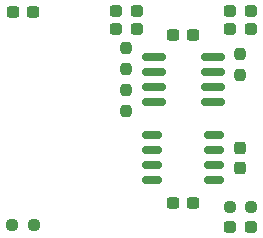
<source format=gtp>
%TF.GenerationSoftware,KiCad,Pcbnew,(7.0.0)*%
%TF.CreationDate,2023-03-18T20:28:04-04:00*%
%TF.ProjectId,nabu-interface,6e616275-2d69-46e7-9465-72666163652e,rev?*%
%TF.SameCoordinates,Original*%
%TF.FileFunction,Paste,Top*%
%TF.FilePolarity,Positive*%
%FSLAX46Y46*%
G04 Gerber Fmt 4.6, Leading zero omitted, Abs format (unit mm)*
G04 Created by KiCad (PCBNEW (7.0.0)) date 2023-03-18 20:28:04*
%MOMM*%
%LPD*%
G01*
G04 APERTURE LIST*
G04 Aperture macros list*
%AMRoundRect*
0 Rectangle with rounded corners*
0 $1 Rounding radius*
0 $2 $3 $4 $5 $6 $7 $8 $9 X,Y pos of 4 corners*
0 Add a 4 corners polygon primitive as box body*
4,1,4,$2,$3,$4,$5,$6,$7,$8,$9,$2,$3,0*
0 Add four circle primitives for the rounded corners*
1,1,$1+$1,$2,$3*
1,1,$1+$1,$4,$5*
1,1,$1+$1,$6,$7*
1,1,$1+$1,$8,$9*
0 Add four rect primitives between the rounded corners*
20,1,$1+$1,$2,$3,$4,$5,0*
20,1,$1+$1,$4,$5,$6,$7,0*
20,1,$1+$1,$6,$7,$8,$9,0*
20,1,$1+$1,$8,$9,$2,$3,0*%
G04 Aperture macros list end*
%ADD10RoundRect,0.237500X-0.250000X-0.237500X0.250000X-0.237500X0.250000X0.237500X-0.250000X0.237500X0*%
%ADD11RoundRect,0.237500X0.287500X0.237500X-0.287500X0.237500X-0.287500X-0.237500X0.287500X-0.237500X0*%
%ADD12RoundRect,0.237500X0.237500X-0.250000X0.237500X0.250000X-0.237500X0.250000X-0.237500X-0.250000X0*%
%ADD13RoundRect,0.237500X-0.237500X0.250000X-0.237500X-0.250000X0.237500X-0.250000X0.237500X0.250000X0*%
%ADD14RoundRect,0.237500X-0.287500X-0.237500X0.287500X-0.237500X0.287500X0.237500X-0.287500X0.237500X0*%
%ADD15RoundRect,0.150000X-0.825000X-0.150000X0.825000X-0.150000X0.825000X0.150000X-0.825000X0.150000X0*%
%ADD16RoundRect,0.150000X-0.675000X-0.150000X0.675000X-0.150000X0.675000X0.150000X-0.675000X0.150000X0*%
%ADD17RoundRect,0.237500X-0.300000X-0.237500X0.300000X-0.237500X0.300000X0.237500X-0.300000X0.237500X0*%
%ADD18RoundRect,0.237500X-0.237500X0.300000X-0.237500X-0.300000X0.237500X-0.300000X0.237500X0.300000X0*%
%ADD19RoundRect,0.237500X0.300000X0.237500X-0.300000X0.237500X-0.300000X-0.237500X0.300000X-0.237500X0*%
G04 APERTURE END LIST*
D10*
%TO.C,R5*%
X96496500Y-109093000D03*
X98321500Y-109093000D03*
%TD*%
D11*
%TO.C,D5*%
X98284000Y-110744000D03*
X96534000Y-110744000D03*
%TD*%
D12*
%TO.C,R4*%
X87757000Y-99163500D03*
X87757000Y-100988500D03*
%TD*%
D13*
%TO.C,R3*%
X87757000Y-95607500D03*
X87757000Y-97432500D03*
%TD*%
D11*
%TO.C,D4*%
X88632000Y-92456000D03*
X86882000Y-92456000D03*
%TD*%
%TO.C,D3*%
X98298000Y-92456000D03*
X96548000Y-92456000D03*
%TD*%
D14*
%TO.C,D2*%
X96534000Y-93980000D03*
X98284000Y-93980000D03*
%TD*%
%TO.C,D1*%
X88632000Y-93980000D03*
X86882000Y-93980000D03*
%TD*%
D15*
%TO.C,U1*%
X90108000Y-96393000D03*
X90108000Y-97663000D03*
X90108000Y-98933000D03*
X90108000Y-100203000D03*
X95058000Y-100203000D03*
X95058000Y-98933000D03*
X95058000Y-97663000D03*
X95058000Y-96393000D03*
%TD*%
D16*
%TO.C,U2*%
X89958000Y-102997000D03*
X89958000Y-104267000D03*
X89958000Y-105537000D03*
X89958000Y-106807000D03*
X95208000Y-106807000D03*
X95208000Y-105537000D03*
X95208000Y-104267000D03*
X95208000Y-102997000D03*
%TD*%
D10*
%TO.C,R2*%
X78081500Y-110617000D03*
X79906500Y-110617000D03*
%TD*%
D13*
%TO.C,R1*%
X97409000Y-97940500D03*
X97409000Y-96115500D03*
%TD*%
D17*
%TO.C,C4*%
X93445500Y-94488000D03*
X91720500Y-94488000D03*
%TD*%
D18*
%TO.C,C3*%
X97409000Y-104039500D03*
X97409000Y-105764500D03*
%TD*%
D19*
%TO.C,C2*%
X91720500Y-108712000D03*
X93445500Y-108712000D03*
%TD*%
D17*
%TO.C,C1*%
X78131500Y-92583000D03*
X79856500Y-92583000D03*
%TD*%
M02*

</source>
